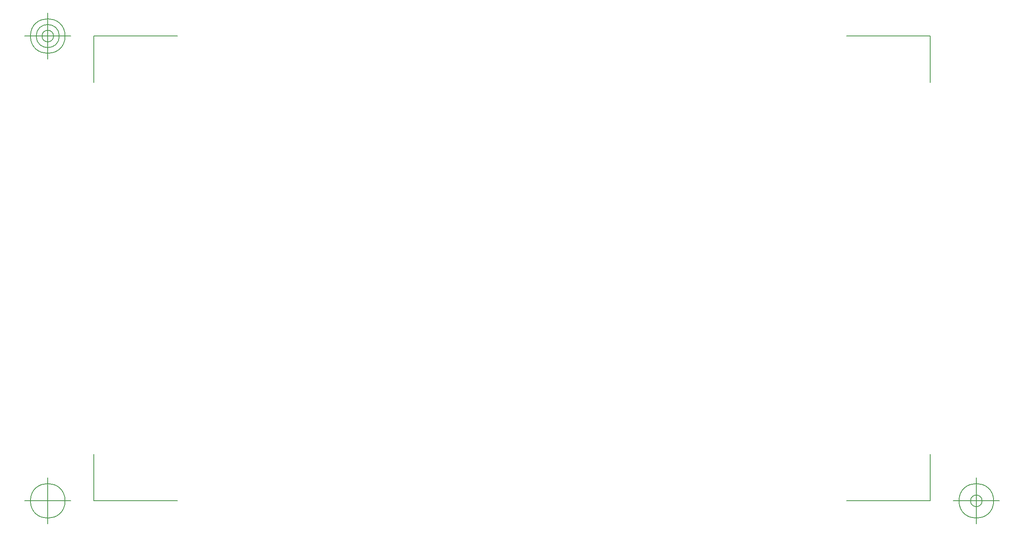
<source format=gbr>
G04 Generated by Ultiboard 12.0 *
%FSLAX25Y25*%
%MOIN*%

%ADD10C,0.00001*%
%ADD11C,0.00500*%


G04 ColorRGB FF14FF for the following layer *
%LNSilkscreen Bottom*%
%LPD*%
G54D10*
G54D11*
X-81772Y-1500D02*
X-81772Y38170D01*
X-81772Y-1500D02*
X-10452Y-1500D01*
X631421Y-1500D02*
X560102Y-1500D01*
X631421Y-1500D02*
X631421Y38170D01*
X631421Y395201D02*
X631421Y355531D01*
X631421Y395201D02*
X560102Y395201D01*
X-81772Y395201D02*
X-10452Y395201D01*
X-81772Y395201D02*
X-81772Y355531D01*
X-101457Y-1500D02*
X-140827Y-1500D01*
X-121142Y-21185D02*
X-121142Y18185D01*
X-135906Y-1500D02*
G75*
D01*
G02X-135906Y-1500I14764J0*
G01*
X651106Y-1500D02*
X690476Y-1500D01*
X670791Y-21185D02*
X670791Y18185D01*
X656028Y-1500D02*
G75*
D01*
G02X656028Y-1500I14763J0*
G01*
X665870Y-1500D02*
G75*
D01*
G02X665870Y-1500I4921J0*
G01*
X-101457Y395201D02*
X-140827Y395201D01*
X-121142Y375516D02*
X-121142Y414886D01*
X-135906Y395201D02*
G75*
D01*
G02X-135906Y395201I14764J0*
G01*
X-130984Y395201D02*
G75*
D01*
G02X-130984Y395201I9842J0*
G01*
X-126063Y395201D02*
G75*
D01*
G02X-126063Y395201I4921J0*
G01*

M00*

</source>
